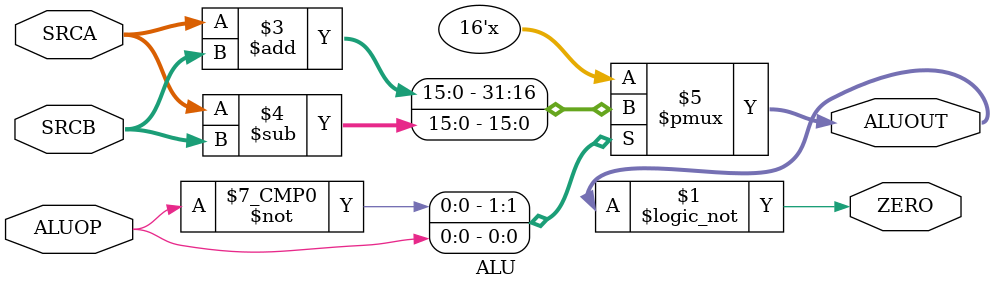
<source format=v>

module ALU(
input [15:0] SRCA, input [15:0] SRCB, input ALUOP,
output reg [15:0] ALUOUT, output ZERO
);

	assign ZERO = (ALUOUT == 0);
	always @(ALUOP, SRCA, SRCB) begin
		case (ALUOP)
			0: ALUOUT <= SRCA + SRCB;
			1: ALUOUT <= SRCA - SRCB;
			default: ALUOUT <= 0;	
		endcase
	end
endmodule
			


</source>
